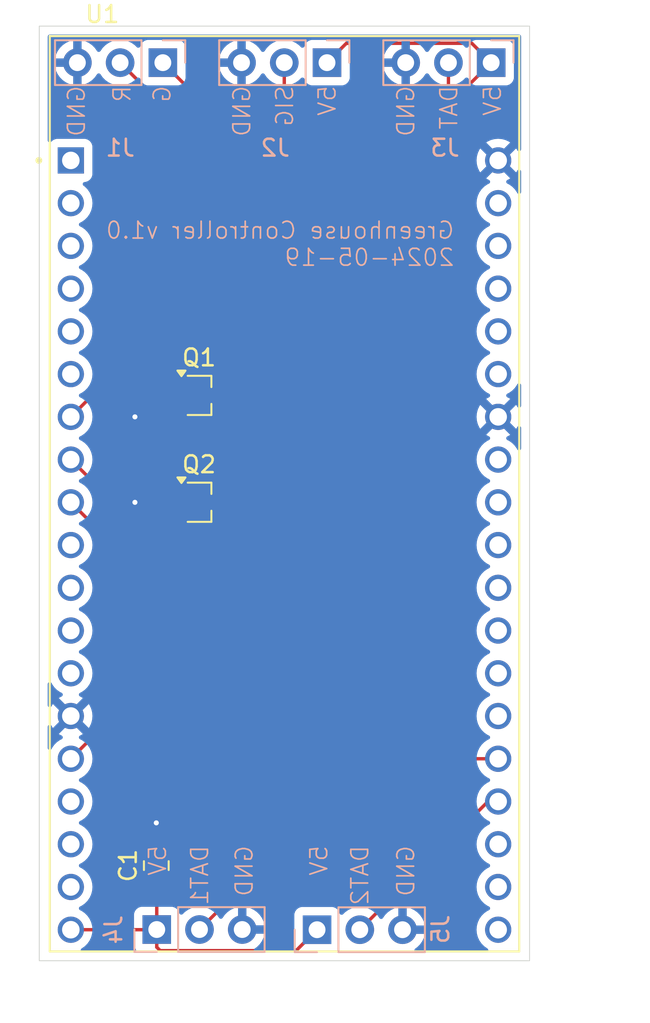
<source format=kicad_pcb>
(kicad_pcb (version 20240108) (generator "pcbnew") (generator_version "8.0")
  (layers (0 "F.Cu" signal) (31 "B.Cu" signal) (34 "B.Paste" user) (35 "F.Paste" user) (36 "B.SilkS" user "B.Silkscreen") (37 "F.SilkS" user "F.Silkscreen") (38 "B.Mask" user) (39 "F.Mask" user) (44 "Edge.Cuts" user))
  (net 0 "")
  (net 1 "GND")
  (net 2 "+5V")
  (net 13 "/green_wire")
  (net 16 "/red_wire")
  (net 27 "/fan_signal")
  (net 28 "/temp_data")
  (net 30 "/window_close")
  (net 32 "/window_open")
  (net 37 "/misc_data1")
  (net 38 "/misc_data2")
  (footprint "Package_TO_SOT_SMD:SOT-323_SC-70_Handsoldering" (layer "F.Cu") (at 135.89 93.98)
    (property "Reference" "Q2" (at 0 -2.25 0) (layer "F.SilkS"))
    (property "Value" "Q_NMOS_GDS")
    (fp_line (start -0.675 -1.17) (end 0.735 -1.17) (stroke (width 0.12)) (layer "F.SilkS"))
    (fp_line (start -0.675 1.16) (end 0.735 1.16) (stroke (width 0.12)) (layer "F.SilkS"))
    (fp_line (start 0.735 -1.17) (end 0.735 -0.5) (stroke (width 0.12)) (layer "F.SilkS"))
    (fp_line (start 0.735 0.5) (end 0.735 1.16) (stroke (width 0.12)) (layer "F.SilkS"))
    (fp_poly (pts (xy -1.045 -1.15) (xy -1.285 -1.48) (xy -0.805 -1.48) (xy -1.045 -1.15)) (stroke (width 0.12)) (fill solid) (layer "F.SilkS"))
    (pad "1" smd roundrect (at -1.33 -0.65 270) (size 0.45 1.5) (layers "F.Cu" "F.Paste" "F.Mask") (net 32 "/window_open"))
    (pad "2" smd roundrect (at -1.33 0.65 270) (size 0.45 1.5) (layers "F.Cu" "F.Paste" "F.Mask") (net 1 "GND"))
    (pad "3" smd roundrect (at 1.33 0 270) (size 0.45 1.5) (layers "F.Cu" "F.Paste" "F.Mask") (net 16 "/red_wire"))
  )
  (footprint "ESP32-DEVKITC-32D:MODULE_ESP32-DEVKITC-32D" (layer "F.Cu") (at 140.97 93.42)
    (property "Reference" "U1" (at -10.829175 -28.446045 0) (layer "F.SilkS") (effects (font (size 1.000386 1.000386))))
    (property "Value" "ESP32-DEVKITC-32D")
    (fp_line (start -13.95 -27.15) (end 13.95 -27.15) (stroke (width 0.127)) (layer "F.SilkS"))
    (fp_line (start -13.95 27.25) (end -13.95 -27.15) (stroke (width 0.127)) (layer "F.SilkS"))
    (fp_line (start 13.95 -27.15) (end 13.95 27.25) (stroke (width 0.127)) (layer "F.SilkS"))
    (fp_line (start 13.95 27.25) (end -13.95 27.25) (stroke (width 0.127)) (layer "F.SilkS"))
    (fp_circle (center -14.6 -19.76) (end -14.5 -19.76) (stroke (width 0.2)) (fill none) (layer "F.SilkS"))
    (pad "J2-1" thru_hole rect (at -12.7 -19.76) (size 1.56 1.56) (drill 1.04) (layers "*.Cu" "*.Mask"))
    (pad "J2-2" thru_hole circle (at -12.7 -17.22) (size 1.56 1.56) (drill 1.04) (layers "*.Cu" "*.Mask"))
    (pad "J2-3" thru_hole circle (at -12.7 -14.68) (size 1.56 1.56) (drill 1.04) (layers "*.Cu" "*.Mask"))
    (pad "J2-4" thru_hole circle (at -12.7 -12.14) (size 1.56 1.56) (drill 1.04) (layers "*.Cu" "*.Mask"))
    (pad "J2-5" thru_hole circle (at -12.7 -9.6) (size 1.56 1.56) (drill 1.04) (layers "*.Cu" "*.Mask"))
    (pad "J2-6" thru_hole circle (at -12.7 -7.06) (size 1.56 1.56) (drill 1.04) (layers "*.Cu" "*.Mask"))
    (pad "J2-7" thru_hole circle (at -12.7 -4.52) (size 1.56 1.56) (drill 1.04) (layers "*.Cu" "*.Mask") (net 30 "/window_close"))
    (pad "J2-8" thru_hole circle (at -12.7 -1.98) (size 1.56 1.56) (drill 1.04) (layers "*.Cu" "*.Mask") (net 32 "/window_open"))
    (pad "J2-9" thru_hole circle (at -12.7 0.56) (size 1.56 1.56) (drill 1.04) (layers "*.Cu" "*.Mask") (net 27 "/fan_signal"))
    (pad "J2-10" thru_hole circle (at -12.7 3.1) (size 1.56 1.56) (drill 1.04) (layers "*.Cu" "*.Mask"))
    (pad "J2-11" thru_hole circle (at -12.7 5.64) (size 1.56 1.56) (drill 1.04) (layers "*.Cu" "*.Mask"))
    (pad "J2-12" thru_hole circle (at -12.7 8.18) (size 1.56 1.56) (drill 1.04) (layers "*.Cu" "*.Mask"))
    (pad "J2-13" thru_hole circle (at -12.7 10.72) (size 1.56 1.56) (drill 1.04) (layers "*.Cu" "*.Mask"))
    (pad "J2-14" thru_hole circle (at -12.7 13.26) (size 1.56 1.56) (drill 1.04) (layers "*.Cu" "*.Mask") (net 1 "GND"))
    (pad "J2-15" thru_hole circle (at -12.7 15.8) (size 1.56 1.56) (drill 1.04) (layers "*.Cu" "*.Mask") (net 28 "/temp_data"))
    (pad "J2-16" thru_hole circle (at -12.7 18.34) (size 1.56 1.56) (drill 1.04) (layers "*.Cu" "*.Mask"))
    (pad "J2-17" thru_hole circle (at -12.7 20.88) (size 1.56 1.56) (drill 1.04) (layers "*.Cu" "*.Mask"))
    (pad "J2-18" thru_hole circle (at -12.7 23.42) (size 1.56 1.56) (drill 1.04) (layers "*.Cu" "*.Mask"))
    (pad "J2-19" thru_hole circle (at -12.7 25.96) (size 1.56 1.56) (drill 1.04) (layers "*.Cu" "*.Mask") (net 2 "+5V"))
    (pad "J3-1" thru_hole circle (at 12.7 -19.76) (size 1.56 1.56) (drill 1.04) (layers "*.Cu" "*.Mask") (net 1 "GND"))
    (pad "J3-2" thru_hole circle (at 12.7 -17.22) (size 1.56 1.56) (drill 1.04) (layers "*.Cu" "*.Mask"))
    (pad "J3-3" thru_hole circle (at 12.7 -14.68) (size 1.56 1.56) (drill 1.04) (layers "*.Cu" "*.Mask"))
    (pad "J3-4" thru_hole circle (at 12.7 -12.14) (size 1.56 1.56) (drill 1.04) (layers "*.Cu" "*.Mask"))
    (pad "J3-5" thru_hole circle (at 12.7 -9.6) (size 1.56 1.56) (drill 1.04) (layers "*.Cu" "*.Mask"))
    (pad "J3-6" thru_hole circle (at 12.7 -7.06) (size 1.56 1.56) (drill 1.04) (layers "*.Cu" "*.Mask"))
    (pad "J3-7" thru_hole circle (at 12.7 -4.52) (size 1.56 1.56) (drill 1.04) (layers "*.Cu" "*.Mask") (net 1 "GND"))
    (pad "J3-8" thru_hole circle (at 12.7 -1.98) (size 1.56 1.56) (drill 1.04) (layers "*.Cu" "*.Mask"))
    (pad "J3-9" thru_hole circle (at 12.7 0.56) (size 1.56 1.56) (drill 1.04) (layers "*.Cu" "*.Mask"))
    (pad "J3-10" thru_hole circle (at 12.7 3.1) (size 1.56 1.56) (drill 1.04) (layers "*.Cu" "*.Mask"))
    (pad "J3-11" thru_hole circle (at 12.7 5.64) (size 1.56 1.56) (drill 1.04) (layers "*.Cu" "*.Mask"))
    (pad "J3-12" thru_hole circle (at 12.7 8.18) (size 1.56 1.56) (drill 1.04) (layers "*.Cu" "*.Mask"))
    (pad "J3-13" thru_hole circle (at 12.7 10.72) (size 1.56 1.56) (drill 1.04) (layers "*.Cu" "*.Mask"))
    (pad "J3-14" thru_hole circle (at 12.7 13.26) (size 1.56 1.56) (drill 1.04) (layers "*.Cu" "*.Mask"))
    (pad "J3-15" thru_hole circle (at 12.7 15.8) (size 1.56 1.56) (drill 1.04) (layers "*.Cu" "*.Mask") (net 37 "/misc_data1"))
    (pad "J3-16" thru_hole circle (at 12.7 18.34) (size 1.56 1.56) (drill 1.04) (layers "*.Cu" "*.Mask") (net 38 "/misc_data2"))
    (pad "J3-17" thru_hole circle (at 12.7 20.88) (size 1.56 1.56) (drill 1.04) (layers "*.Cu" "*.Mask"))
    (pad "J3-18" thru_hole circle (at 12.7 23.42) (size 1.56 1.56) (drill 1.04) (layers "*.Cu" "*.Mask"))
    (pad "J3-19" thru_hole circle (at 12.7 25.96) (size 1.56 1.56) (drill 1.04) (layers "*.Cu" "*.Mask"))
  )
  (footprint "Package_TO_SOT_SMD:SOT-323_SC-70_Handsoldering" (layer "F.Cu") (at 135.89 87.63)
    (property "Reference" "Q1" (at 0 -2.25 0) (layer "F.SilkS"))
    (property "Value" "Q_NMOS_GDS")
    (fp_line (start -0.675 -1.17) (end 0.735 -1.17) (stroke (width 0.12)) (layer "F.SilkS"))
    (fp_line (start -0.675 1.16) (end 0.735 1.16) (stroke (width 0.12)) (layer "F.SilkS"))
    (fp_line (start 0.735 -1.17) (end 0.735 -0.5) (stroke (width 0.12)) (layer "F.SilkS"))
    (fp_line (start 0.735 0.5) (end 0.735 1.16) (stroke (width 0.12)) (layer "F.SilkS"))
    (fp_poly (pts (xy -1.045 -1.15) (xy -1.285 -1.48) (xy -0.805 -1.48) (xy -1.045 -1.15)) (stroke (width 0.12)) (fill solid) (layer "F.SilkS"))
    (pad "1" smd roundrect (at -1.33 -0.65 270) (size 0.45 1.5) (layers "F.Cu" "F.Paste" "F.Mask") (net 30 "/window_close"))
    (pad "2" smd roundrect (at -1.33 0.65 270) (size 0.45 1.5) (layers "F.Cu" "F.Paste" "F.Mask") (net 1 "GND"))
    (pad "3" smd roundrect (at 1.33 0 270) (size 0.45 1.5) (layers "F.Cu" "F.Paste" "F.Mask") (net 13 "/green_wire"))
  )
  (footprint "Capacitor_SMD:C_0805_2012Metric" (layer "F.Cu") (at 133.35 115.57 90)
    (property "Reference" "C1" (at 0 -1.68 270) (layer "F.SilkS"))
    (property "Value" "C")
    (fp_line (start -0.261252 -0.735) (end 0.261252 -0.735) (stroke (width 0.12)) (layer "F.SilkS"))
    (fp_line (start -0.261252 0.735) (end 0.261252 0.735) (stroke (width 0.12)) (layer "F.SilkS"))
    (pad "1" smd roundrect (at -0.95 0 90) (size 1 1.45) (layers "F.Cu" "F.Paste" "F.Mask") (net 2 "+5V"))
    (pad "2" smd roundrect (at 0.95 0 90) (size 1 1.45) (layers "F.Cu" "F.Paste" "F.Mask") (net 1 "GND"))
  )
  (footprint "Connector_PinSocket_2.54mm:PinSocket_1x03_P2.54mm_Vertical" (layer "B.Cu") (at 143.496376 67.849321 90)
    (property "Reference" "J2" (at -5.065724 -3.077396 0) (layer "B.SilkS") (effects (justify mirror)))
    (property "Value" "fan_control")
    (fp_line (start 1.33 -6.41) (end -1.33 -6.41) (stroke (width 0.12)) (layer "B.SilkS"))
    (fp_line (start 1.33 -6.41) (end 1.33 -1.27) (stroke (width 0.12)) (layer "B.SilkS"))
    (fp_line (start -1.33 -6.41) (end -1.33 -1.27) (stroke (width 0.12)) (layer "B.SilkS"))
    (fp_line (start 1.33 -1.27) (end -1.33 -1.27) (stroke (width 0.12)) (layer "B.SilkS"))
    (fp_line (start 1.33 0) (end 1.33 1.33) (stroke (width 0.12)) (layer "B.SilkS"))
    (fp_line (start 1.33 1.33) (end 0 1.33) (stroke (width 0.12)) (layer "B.SilkS"))
    (pad "1" thru_hole rect (at 0 0 90) (size 1.7 1.7) (drill 1) (layers "*.Cu" "*.Mask") (net 2 "+5V"))
    (pad "2" thru_hole oval (at 0 -2.54 90) (size 1.7 1.7) (drill 1) (layers "*.Cu" "*.Mask") (net 27 "/fan_signal"))
    (pad "3" thru_hole oval (at 0 -5.08 90) (size 1.7 1.7) (drill 1) (layers "*.Cu" "*.Mask") (net 1 "GND"))
  )
  (footprint "Connector_PinSocket_2.54mm:PinSocket_1x03_P2.54mm_Vertical" (layer "B.Cu") (at 133.739449 67.849321 90)
    (property "Reference" "J1" (at -5.065724 -2.532825 0) (layer "B.SilkS") (effects (justify mirror)))
    (property "Value" "window_control")
    (fp_line (start 1.33 -6.41) (end -1.33 -6.41) (stroke (width 0.12)) (layer "B.SilkS"))
    (fp_line (start 1.33 -6.41) (end 1.33 -1.27) (stroke (width 0.12)) (layer "B.SilkS"))
    (fp_line (start -1.33 -6.41) (end -1.33 -1.27) (stroke (width 0.12)) (layer "B.SilkS"))
    (fp_line (start 1.33 -1.27) (end -1.33 -1.27) (stroke (width 0.12)) (layer "B.SilkS"))
    (fp_line (start 1.33 0) (end 1.33 1.33) (stroke (width 0.12)) (layer "B.SilkS"))
    (fp_line (start 1.33 1.33) (end 0 1.33) (stroke (width 0.12)) (layer "B.SilkS"))
    (pad "1" thru_hole rect (at 0 0 90) (size 1.7 1.7) (drill 1) (layers "*.Cu" "*.Mask") (net 13 "/green_wire"))
    (pad "2" thru_hole oval (at 0 -2.54 90) (size 1.7 1.7) (drill 1) (layers "*.Cu" "*.Mask") (net 16 "/red_wire"))
    (pad "3" thru_hole oval (at 0 -5.08 90) (size 1.7 1.7) (drill 1) (layers "*.Cu" "*.Mask") (net 1 "GND"))
  )
  (footprint "Connector_PinSocket_2.54mm:PinSocket_1x03_P2.54mm_Vertical" (layer "B.Cu") (at 153.253304 67.849321 90)
    (property "Reference" "J3" (at -5.065724 -2.74378 0) (layer "B.SilkS") (effects (justify mirror)))
    (property "Value" "temp_humidity_sensor")
    (fp_line (start 1.33 -6.41) (end -1.33 -6.41) (stroke (width 0.12)) (layer "B.SilkS"))
    (fp_line (start 1.33 -6.41) (end 1.33 -1.27) (stroke (width 0.12)) (layer "B.SilkS"))
    (fp_line (start -1.33 -6.41) (end -1.33 -1.27) (stroke (width 0.12)) (layer "B.SilkS"))
    (fp_line (start 1.33 -1.27) (end -1.33 -1.27) (stroke (width 0.12)) (layer "B.SilkS"))
    (fp_line (start 1.33 0) (end 1.33 1.33) (stroke (width 0.12)) (layer "B.SilkS"))
    (fp_line (start 1.33 1.33) (end 0 1.33) (stroke (width 0.12)) (layer "B.SilkS"))
    (pad "1" thru_hole rect (at 0 0 90) (size 1.7 1.7) (drill 1) (layers "*.Cu" "*.Mask") (net 2 "+5V"))
    (pad "2" thru_hole oval (at 0 -2.54 90) (size 1.7 1.7) (drill 1) (layers "*.Cu" "*.Mask") (net 28 "/temp_data"))
    (pad "3" thru_hole oval (at 0 -5.08 90) (size 1.7 1.7) (drill 1) (layers "*.Cu" "*.Mask") (net 1 "GND"))
  )
  (footprint "Connector_PinSocket_2.54mm:PinSocket_1x03_P2.54mm_Vertical" (layer "B.Cu") (at 142.904837 119.38 -90)
    (property "Reference" "J5" (at -0.023366 -7.341307 90) (layer "B.SilkS") (effects (justify mirror)))
    (property "Value" "misc_sensor_2")
    (fp_line (start 1.33 1.33) (end 0 1.33) (stroke (width 0.12)) (layer "B.SilkS"))
    (fp_line (start 1.33 0) (end 1.33 1.33) (stroke (width 0.12)) (layer "B.SilkS"))
    (fp_line (start 1.33 -1.27) (end -1.33 -1.27) (stroke (width 0.12)) (layer "B.SilkS"))
    (fp_line (start -1.33 -6.41) (end -1.33 -1.27) (stroke (width 0.12)) (layer "B.SilkS"))
    (fp_line (start 1.33 -6.41) (end 1.33 -1.27) (stroke (width 0.12)) (layer "B.SilkS"))
    (fp_line (start 1.33 -6.41) (end -1.33 -6.41) (stroke (width 0.12)) (layer "B.SilkS"))
    (pad "1" thru_hole rect (at 0 0 270) (size 1.7 1.7) (drill 1) (layers "*.Cu" "*.Mask") (net 2 "+5V"))
    (pad "2" thru_hole oval (at 0 -2.54 270) (size 1.7 1.7) (drill 1) (layers "*.Cu" "*.Mask") (net 38 "/misc_data2"))
    (pad "3" thru_hole oval (at 0 -5.08 270) (size 1.7 1.7) (drill 1) (layers "*.Cu" "*.Mask") (net 1 "GND"))
  )
  (footprint "Connector_PinSocket_2.54mm:PinSocket_1x03_P2.54mm_Vertical" (layer "B.Cu") (at 133.377338 119.369126 -90)
    (property "Reference" "J4" (at 0.010874 2.567338 90) (layer "B.SilkS") (effects (justify mirror)))
    (property "Value" "misc_sensor_1")
    (fp_line (start 1.33 1.33) (end 0 1.33) (stroke (width 0.12)) (layer "B.SilkS"))
    (fp_line (start 1.33 0) (end 1.33 1.33) (stroke (width 0.12)) (layer "B.SilkS"))
    (fp_line (start 1.33 -1.27) (end -1.33 -1.27) (stroke (width 0.12)) (layer "B.SilkS"))
    (fp_line (start -1.33 -6.41) (end -1.33 -1.27) (stroke (width 0.12)) (layer "B.SilkS"))
    (fp_line (start 1.33 -6.41) (end 1.33 -1.27) (stroke (width 0.12)) (layer "B.SilkS"))
    (fp_line (start 1.33 -6.41) (end -1.33 -6.41) (stroke (width 0.12)) (layer "B.SilkS"))
    (pad "1" thru_hole rect (at 0 0 270) (size 1.7 1.7) (drill 1) (layers "*.Cu" "*.Mask") (net 2 "+5V"))
    (pad "2" thru_hole oval (at 0 -2.54 270) (size 1.7 1.7) (drill 1) (layers "*.Cu" "*.Mask") (net 37 "/misc_data1"))
    (pad "3" thru_hole oval (at 0 -5.08 270) (size 1.7 1.7) (drill 1) (layers "*.Cu" "*.Mask") (net 1 "GND"))
  )
  (gr_rect (start 126.394383 65.67663) (end 155.536033 121.223787) (stroke (width 0.05)) (fill none) (layer "Edge.Cuts"))
  (gr_text "5V" (at 143.603178 114.3 90) (layer "B.SilkS") (effects (font (size 1 1) (thickness 0.1)) (justify left bottom mirror)))
  (gr_text "GND" (at 139.024212 69.141341 90) (layer "B.SilkS") (effects (font (size 1 1) (thickness 0.1)) (justify left bottom mirror)))
  (gr_text "Greenhouse Controller v1.0\n2024-05-19" (at 151.13 80.01 0) (layer "B.SilkS") (effects (font (size 1 1) (thickness 0.1)) (justify left bottom mirror)))
  (gr_text "R" (at 131.904336 69.141341 90) (layer "B.SilkS") (effects (font (size 1 1) (thickness 0.1)) (justify left bottom mirror)))
  (gr_text "5V" (at 134.013331 114.3 90) (layer "B.SilkS") (effects (font (size 1 1) (thickness 0.1)) (justify left bottom mirror)))
  (gr_text "DAT1" (at 136.51949 114.3 90) (layer "B.SilkS") (effects (font (size 1 1) (thickness 0.1)) (justify left bottom mirror)))
  (gr_text "GND" (at 129.191959 69.141341 90) (layer "B.SilkS") (effects (font (size 1 1) (thickness 0.1)) (justify left bottom mirror)))
  (gr_text "5V" (at 144.093264 69.141341 90) (layer "B.SilkS") (effects (font (size 1 1) (thickness 0.1)) (justify left bottom mirror)))
  (gr_text "GND" (at 148.770369 69.141341 90) (layer "B.SilkS") (effects (font (size 1 1) (thickness 0.1)) (justify left bottom mirror)))
  (gr_text "SIG" (at 141.570439 69.141341 90) (layer "B.SilkS") (effects (font (size 1 1) (thickness 0.1)) (justify left bottom mirror)))
  (gr_text "DAT2" (at 146.038528 114.3 90) (layer "B.SilkS") (effects (font (size 1 1) (thickness 0.1)) (justify left bottom mirror)))
  (gr_text "GND" (at 148.770369 114.3 90) (layer "B.SilkS") (effects (font (size 1 1) (thickness 0.1)) (justify left bottom mirror)))
  (gr_text "DAT" (at 151.326562 69.141341 90) (layer "B.SilkS") (effects (font (size 1 1) (thickness 0.1)) (justify left bottom mirror)))
  (gr_text "G" (at 134.285429 69.141341 90) (layer "B.SilkS") (effects (font (size 1 1) (thickness 0.1)) (justify left bottom mirror)))
  (gr_text "5V" (at 153.918557 69.141341 90) (layer "B.SilkS") (effects (font (size 1 1) (thickness 0.1)) (justify left bottom mirror)))
  (gr_text "GND" (at 139.164387 114.3 90) (layer "B.SilkS") (effects (font (size 1 1) (thickness 0.1)) (justify left bottom mirror)))
  (segment (start 134.56 94.63) (end 132.73 94.63) (width 0.2) (layer "F.Cu") (net 1))
  (segment (start 132.73 94.63) (end 132.08 93.98) (width 0.2) (layer "F.Cu") (net 1))
  (segment (start 134.56 88.28) (end 132.7 88.28) (width 0.2) (layer "F.Cu") (net 1))
  (segment (start 132.7 88.28) (end 132.08 88.9) (width 0.2) (layer "F.Cu") (net 1))
  (segment (start 133.35 114.62) (end 133.35 113.03) (width 0.2) (layer "F.Cu") (net 1))
  (via (at 132.08 88.9) (size 0.6) (drill 0.3) (layers "F.Cu" "B.Cu") (net 1))
  (via (at 133.35 113.03) (size 0.6) (drill 0.3) (layers "F.Cu" "B.Cu") (net 1))
  (via (at 132.08 93.98) (size 0.6) (drill 0.3) (layers "F.Cu" "B.Cu") (net 1))
  (segment (start 152.103304 66.699321) (end 144.646376 66.699321) (width 0.2) (layer "F.Cu") (net 2))
  (segment (start 128.27 119.38) (end 133.366464 119.38) (width 0.2) (layer "F.Cu") (net 2))
  (segment (start 133.377338 116.547338) (end 133.35 116.52) (width 0.2) (layer "F.Cu") (net 2))
  (segment (start 153.253304 67.849321) (end 151.13 69.972625) (width 0.2) (layer "F.Cu") (net 2))
  (segment (start 133.377338 120.419126) (end 133.581999 120.623787) (width 0.2) (layer "F.Cu") (net 2))
  (segment (start 133.377338 119.369126) (end 133.377338 120.419126) (width 0.2) (layer "F.Cu") (net 2))
  (segment (start 133.581999 120.623787) (end 141.66105 120.623787) (width 0.2) (layer "F.Cu") (net 2))
  (segment (start 144.646376 66.699321) (end 143.496376 67.849321) (width 0.2) (layer "F.Cu") (net 2))
  (segment (start 153.253304 67.849321) (end 152.103304 66.699321) (width 0.2) (layer "F.Cu") (net 2))
  (segment (start 133.377338 119.369126) (end 133.377338 116.547338) (width 0.2) (layer "F.Cu") (net 2))
  (segment (start 151.13 98.74) (end 133.35 116.52) (width 0.2) (layer "F.Cu") (net 2))
  (segment (start 151.13 69.972625) (end 151.13 98.74) (width 0.2) (layer "F.Cu") (net 2))
  (segment (start 133.366464 119.38) (end 133.377338 119.369126) (width 0.2) (layer "F.Cu") (net 2))
  (segment (start 141.66105 120.623787) (end 142.904837 119.38) (width 0.2) (layer "F.Cu") (net 2))
  (segment (start 137.22 71.329872) (end 137.22 87.63) (width 0.2) (layer "F.Cu") (net 13))
  (segment (start 133.739449 67.849321) (end 137.22 71.329872) (width 0.2) (layer "F.Cu") (net 13))
  (segment (start 135.61 72.259872) (end 135.61 92.37) (width 0.2) (layer "F.Cu") (net 16))
  (segment (start 131.199449 67.849321) (end 135.61 72.259872) (width 0.2) (layer "F.Cu") (net 16))
  (segment (start 135.61 92.37) (end 137.22 93.98) (width 0.2) (layer "F.Cu") (net 16))
  (segment (start 140.956376 91.580104) (end 137.28648 95.25) (width 0.2) (layer "F.Cu") (net 27))
  (segment (start 137.28648 95.25) (end 129.54 95.25) (width 0.2) (layer "F.Cu") (net 27))
  (segment (start 129.54 95.25) (end 128.27 93.98) (width 0.2) (layer "F.Cu") (net 27))
  (segment (start 140.956376 67.849321) (end 140.956376 91.580104) (width 0.2) (layer "F.Cu") (net 27))
  (segment (start 150.713304 86.776696) (end 128.27 109.22) (width 0.2) (layer "F.Cu") (net 28))
  (segment (start 150.713304 67.849321) (end 150.713304 86.776696) (width 0.2) (layer "F.Cu") (net 28))
  (segment (start 134.56 86.98) (end 130.19 86.98) (width 0.2) (layer "F.Cu") (net 30))
  (segment (start 130.19 86.98) (end 128.27 88.9) (width 0.2) (layer "F.Cu") (net 30))
  (segment (start 130.16 93.33) (end 128.27 91.44) (width 0.2) (layer "F.Cu") (net 32))
  (segment (start 134.56 93.33) (end 130.16 93.33) (width 0.2) (layer "F.Cu") (net 32))
  (segment (start 146.066464 109.22) (end 153.67 109.22) (width 0.2) (layer "F.Cu") (net 37))
  (segment (start 135.917338 119.369126) (end 146.066464 109.22) (width 0.2) (layer "F.Cu") (net 37))
  (segment (start 153.064837 111.76) (end 153.67 111.76) (width 0.2) (layer "F.Cu") (net 38))
  (segment (start 145.444837 119.38) (end 153.064837 111.76) (width 0.2) (layer "F.Cu") (net 38))
  (zone (net 1) (net_name "GND") (layer "B.Cu") (name "ground plane") (connect_pads (clearance 0.5)) (min_thickness 0.25) (fill yes (thermal_gap 0.5) (thermal_bridge_width 0.5))
    (polygon (pts (xy 126.549578 65.805959) (xy 155.441863 65.805959) (xy 155.45503 65.819126) (xy 155.45503 121.136) (xy 126.498881 121.136) (xy 126.498881 65.856656)))
  )
)
</source>
